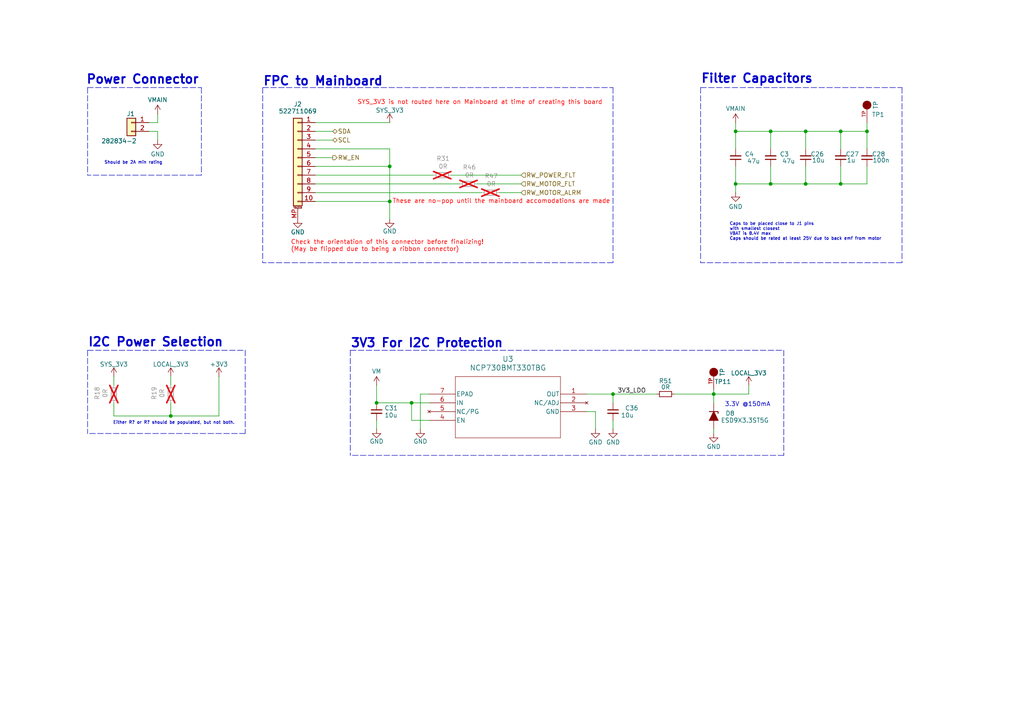
<source format=kicad_sch>
(kicad_sch (version 20250114) (generator "eeschema") (generator_version "9.0")
  (paper "A4")
  (title_block (title "Argus Reaction Wheel") (date "2025-03-24") (rev "1.0"))
  (lib_symbols
    (symbol "Argus_RW_Library:5001"
      (property "Reference" "TP?" (at -3.556 3.048 0))
      (symbol "5001_0_0"
        (circle (center 0 0) (radius 0.635) (stroke (width 1.27)))
        (pin passive line (at -5.08 0 0) (length 5.08) (name "~") (number "TP"))
      )
    )
    (symbol "Argus_RW_Library:NCP730BMT330TBG" (pin_names (offset 0.254))
      (property "Reference" "U" (at 22.86 10.16 0))
      (property "Value" "NCP730BMT330TBG" (at 22.86 7.62 0))
      (symbol "NCP730BMT330TBG_0_1"
        (polyline (pts (xy 7.62 5.08) (xy 7.62 -12.7)) (stroke (width 0.127)))
        (polyline (pts (xy 7.62 -12.7) (xy 38.1 -12.7)) (stroke (width 0.127)))
        (polyline (pts (xy 38.1 5.08) (xy 7.62 5.08)) (stroke (width 0.127)))
        (polyline (pts (xy 38.1 -12.7) (xy 38.1 5.08)) (stroke (width 0.127)))
        (pin output line (at 0 0 0) (length 7.62) (name "OUT") (number "1"))
        (pin no_connect line (at 0 -2.54 0) (length 7.62) (name "NC/ADJ") (number "2"))
        (pin power_out line (at 0 -5.08 0) (length 7.62) (name "GND") (number "3"))
        (pin power_out line (at 45.72 0 180) (length 7.62) (name "EPAD") (number "7"))
        (pin input line (at 45.72 -2.54 180) (length 7.62) (name "IN") (number "6"))
        (pin no_connect line (at 45.72 -5.08 180) (length 7.62) (name "NC/PG") (number "5"))
        (pin input line (at 45.72 -7.62 180) (length 7.62) (name "EN") (number "4"))
      )
    )
    (symbol "Connector_Generic:Conn_01x02" (pin_names (offset 1.016) (hide yes))
      (property "Reference" "J" (at 0 2.54 0))
      (property "Value" "Conn_01x02" (at 0 -5.08 0))
      (symbol "Conn_01x02_1_1"
        (rectangle (start -1.27 1.27) (end 1.27 -3.81) (stroke (width 0.254)) (fill (type background)))
        (rectangle (start -1.27 0.127) (end 0 -0.127) (stroke (width 0.1524)))
        (rectangle (start -1.27 -2.413) (end 0 -2.667) (stroke (width 0.1524)))
        (pin passive line (at -5.08 0 0) (length 3.81) (name "Pin_1") (number "1"))
        (pin passive line (at -5.08 -2.54 0) (length 3.81) (name "Pin_2") (number "2"))
      )
    )
    (symbol "Connector_Generic_MountingPin:Conn_01x10_MountingPin" (pin_names (offset 1.016) (hide yes))
      (property "Reference" "J" (at 0 12.7 0))
      (property "Value" "Conn_01x10_MountingPin" (at 1.27 -15.24 0))
      (symbol "Conn_01x10_MountingPin_1_1"
        (rectangle (start -1.27 11.43) (end 1.27 -13.97) (stroke (width 0.254)) (fill (type background)))
        (rectangle (start -1.27 10.287) (end 0 10.033) (stroke (width 0.1524)))
        (rectangle (start -1.27 7.747) (end 0 7.493) (stroke (width 0.1524)))
        (rectangle (start -1.27 5.207) (end 0 4.953) (stroke (width 0.1524)))
        (rectangle (start -1.27 2.667) (end 0 2.413) (stroke (width 0.1524)))
        (rectangle (start -1.27 0.127) (end 0 -0.127) (stroke (width 0.1524)))
        (rectangle (start -1.27 -2.413) (end 0 -2.667) (stroke (width 0.1524)))
        (rectangle (start -1.27 -4.953) (end 0 -5.207) (stroke (width 0.1524)))
        (rectangle (start -1.27 -7.493) (end 0 -7.747) (stroke (width 0.1524)))
        (rectangle (start -1.27 -10.033) (end 0 -10.287) (stroke (width 0.1524)))
        (rectangle (start -1.27 -12.573) (end 0 -12.827) (stroke (width 0.1524)))
        (polyline (pts (xy -1.016 -14.732) (xy 1.016 -14.732)) (stroke (width 0.1524)))
        (text "Mounting" (at 0 -14.351 0) (effects (font (size 0.381 0.381))))
        (pin passive line (at -5.08 10.16 0) (length 3.81) (name "Pin_1") (number "1"))
        (pin passive line (at -5.08 7.62 0) (length 3.81) (name "Pin_2") (number "2"))
        (pin passive line (at -5.08 5.08 0) (length 3.81) (name "Pin_3") (number "3"))
        (pin passive line (at -5.08 2.54 0) (length 3.81) (name "Pin_4") (number "4"))
        (pin passive line (at -5.08 0 0) (length 3.81) (name "Pin_5") (number "5"))
        (pin passive line (at -5.08 -2.54 0) (length 3.81) (name "Pin_6") (number "6"))
        (pin passive line (at -5.08 -5.08 0) (length 3.81) (name "Pin_7") (number "7"))
        (pin passive line (at -5.08 -7.62 0) (length 3.81) (name "Pin_8") (number "8"))
        (pin passive line (at -5.08 -10.16 0) (length 3.81) (name "Pin_9") (number "9"))
        (pin passive line (at -5.08 -12.7 0) (length 3.81) (name "Pin_10") (number "10"))
        (pin passive line (at 0 -17.78 90) (length 3.048) (name "MountPin") (number "MP"))
      )
    )
    (symbol "Device:C_Small" (pin_numbers (hide yes)) (pin_names (offset 0.254) (hide yes))
      (property "Reference" "C" (at 0.254 1.778 0))
      (property "Value" "C_Small" (at 0.254 -2.032 0))
      (symbol "C_Small_0_1"
        (polyline (pts (xy -1.524 0.508) (xy 1.524 0.508)) (stroke (width 0.3048)))
        (polyline (pts (xy -1.524 -0.508) (xy 1.524 -0.508)) (stroke (width 0.3302)))
      )
      (symbol "C_Small_1_1"
        (pin passive line (at 0 2.54 270) (length 2.032) (name "~") (number "1"))
        (pin passive line (at 0 -2.54 90) (length 2.032) (name "~") (number "2"))
      )
    )
    (symbol "Device:D_Zener_Filled" (pin_numbers (hide yes)) (pin_names (offset 1.016) (hide yes))
      (property "Reference" "D" (at 0 2.54 0))
      (property "Value" "D_Zener_Filled" (at 0 -2.54 0))
      (symbol "D_Zener_Filled_0_1"
        (polyline (pts (xy -1.27 -1.27) (xy -1.27 1.27) (xy -0.762 1.27)) (stroke (width 0.254)))
        (polyline (pts (xy 1.27 0) (xy -1.27 0)))
        (polyline (pts (xy 1.27 -1.27) (xy 1.27 1.27) (xy -1.27 0) (xy 1.27 -1.27)) (stroke (width 0.254)) (fill (type outline)))
      )
      (symbol "D_Zener_Filled_1_1"
        (pin passive line (at -3.81 0 0) (length 2.54) (name "K") (number "1"))
        (pin passive line (at 3.81 0 180) (length 2.54) (name "A") (number "2"))
      )
    )
    (symbol "Device:R_Small" (pin_numbers (hide yes)) (pin_names (offset 0.254) (hide yes))
      (property "Reference" "R" (at 0.762 0.508 0))
      (property "Value" "R_Small" (at 0.762 -1.016 0))
      (symbol "R_Small_0_1"
        (rectangle (start -0.762 1.778) (end 0.762 -1.778) (stroke (width 0.2032)))
      )
      (symbol "R_Small_1_1"
        (pin passive line (at 0 2.54 270) (length 0.762) (name "~") (number "1"))
        (pin passive line (at 0 -2.54 90) (length 0.762) (name "~") (number "2"))
      )
    )
    (symbol "power:+3V3" (power) (pin_numbers (hide yes)) (pin_names (offset 0) (hide yes))
      (property "Value" "+3V3" (at 0 3.556 0))
      (symbol "+3V3_0_1"
        (polyline (pts (xy -0.762 1.27) (xy 0 2.54)))
        (polyline (pts (xy 0 2.54) (xy 0.762 1.27)))
        (polyline (pts (xy 0 0) (xy 0 2.54)))
      )
      (symbol "+3V3_1_1"
        (pin power_in line (at 0 0 90) (length 0) (name "~") (number "1"))
      )
    )
    (symbol "power:GND" (power) (pin_numbers (hide yes)) (pin_names (offset 0) (hide yes))
      (property "Value" "GND" (at 0 -3.81 0))
      (symbol "GND_0_1"
        (polyline (pts (xy 0 0) (xy 0 -1.27) (xy 1.27 -1.27) (xy 0 -2.54) (xy -1.27 -1.27) (xy 0 -1.27)))
      )
      (symbol "GND_1_1"
        (pin power_in line (at 0 0 270) (length 0) (name "~") (number "1"))
      )
    )
  )
  (text "Filter Capacitors\n" (at 203.2 24.384 0) (effects (font (size 2.54 2.54) (thickness 0.508) (bold yes)) (justify left bottom)))
  (text "Caps to be placed close to J1 pins \nwith smallest closest\nVBAT is 8.4V max\nCaps should be rated at least 25V due to back emf from motor" (at 211.582 64.516 0) (effects (font (size 0.889 0.889)) (justify left top)))
  (text "3.3V @150mA" (at 210.185 118.11 0) (effects (font (size 1.27 1.27)) (justify left bottom)))
  (text "These are no-pop until the mainboard accomodations are made" (at 113.792 59.182 0) (effects (font (size 1.27 1.27)) (justify left bottom)))
  (text "Check the orientation of this connector before finalizing!\n(May be flipped due to being a ribbon connector)\n" (at 84.328 69.596 0) (effects (font (size 1.27 1.27)) (justify left top)))
  (text "Either R? or R? should be populated, but not both.\n" (at 32.766 122.174 0) (effects (font (size 0.889 0.889)) (justify left top)))
  (text "3V3 For I2C Protection" (at 101.6 101.092 0) (effects (font (size 2.5 2.5) (bold yes)) (justify left bottom)))
  (text "Should be 2A min rating" (at 30.226 46.736 0) (effects (font (size 0.889 0.889)) (justify left top)))
  (text "I2C Power Selection" (at 25.4 100.838 0) (effects (font (size 2.54 2.54) (thickness 0.508) (bold yes)) (justify left bottom)))
  (text "SYS_3V3 is not routed here on Mainboard at time of creating this board" (at 103.632 30.48 0) (effects (font (size 1.27 1.27)) (justify left bottom)))
  (text "Power Connector" (at 24.892 24.638 0) (effects (font (size 2.54 2.54) (thickness 0.508) (bold yes)) (justify left bottom)))
  (text "FPC to Mainboard" (at 76.2 25.146 0) (effects (font (size 2.54 2.54) (thickness 0.508) (bold yes)) (justify left bottom)))
  (junction (at 213.36 38.1))
  (junction (at 233.68 38.1))
  (junction (at 213.36 53.34))
  (junction (at 243.84 38.1))
  (junction (at 109.22 116.84))
  (junction (at 207.01 114.3))
  (junction (at 223.52 38.1))
  (junction (at 113.03 58.42))
  (junction (at 113.03 48.26))
  (junction (at 243.84 53.34))
  (junction (at 177.8 114.3))
  (junction (at 233.68 53.34))
  (junction (at 49.53 120.65))
  (junction (at 119.38 116.84))
  (junction (at 251.46 38.1))
  (junction (at 223.52 53.34))
  (wire (pts (xy 213.36 53.34) (xy 213.36 55.88)))
  (wire (pts (xy 33.02 109.22) (xy 33.02 111.76)))
  (wire (pts (xy 130.81 50.8) (xy 151.13 50.8)))
  (wire (pts (xy 177.8 114.3) (xy 190.5 114.3)))
  (wire (pts (xy 217.17 114.3) (xy 217.17 111.76)))
  (polyline (pts (xy 177.8 76.2) (xy 76.2 76.2)) (stroke (width 0) (type dash)))
  (wire (pts (xy 207.01 114.3) (xy 207.01 116.84)))
  (wire (pts (xy 233.68 38.1) (xy 243.84 38.1)))
  (polyline (pts (xy 261.62 76.2) (xy 203.2 76.2)) (stroke (width 0) (type dash)))
  (wire (pts (xy 91.44 35.56) (xy 113.03 35.56)))
  (wire (pts (xy 144.78 55.88) (xy 151.13 55.88)))
  (polyline (pts (xy 101.6 101.6) (xy 227.33 101.6)) (stroke (width 0) (type dash)))
  (wire (pts (xy 177.8 121.92) (xy 177.8 124.46)))
  (wire (pts (xy 119.38 121.92) (xy 119.38 116.84)))
  (wire (pts (xy 213.36 48.26) (xy 213.36 53.34)))
  (wire (pts (xy 213.36 35.56) (xy 213.36 38.1)))
  (polyline (pts (xy 25.4 25.4) (xy 25.4 50.8)) (stroke (width 0) (type dash)))
  (polyline (pts (xy 25.4 101.6) (xy 25.4 125.73)) (stroke (width 0) (type dash)))
  (polyline (pts (xy 203.2 25.4) (xy 203.2 76.2)) (stroke (width 0) (type dash)))
  (polyline (pts (xy 227.33 101.6) (xy 227.33 132.08)) (stroke (width 0) (type dash)))
  (wire (pts (xy 170.18 119.38) (xy 172.72 119.38)))
  (wire (pts (xy 223.52 48.26) (xy 223.52 53.34)))
  (wire (pts (xy 91.44 50.8) (xy 125.73 50.8)))
  (wire (pts (xy 43.18 35.56) (xy 45.72 35.56)))
  (wire (pts (xy 91.44 48.26) (xy 113.03 48.26)))
  (wire (pts (xy 213.36 38.1) (xy 223.52 38.1)))
  (wire (pts (xy 109.22 121.92) (xy 109.22 124.46)))
  (polyline (pts (xy 25.4 25.4) (xy 58.42 25.4)) (stroke (width 0) (type dash)))
  (wire (pts (xy 223.52 53.34) (xy 233.68 53.34)))
  (wire (pts (xy 243.84 38.1) (xy 243.84 43.18)))
  (wire (pts (xy 251.46 48.26) (xy 251.46 53.34)))
  (wire (pts (xy 43.18 38.1) (xy 45.72 38.1)))
  (wire (pts (xy 49.53 116.84) (xy 49.53 120.65)))
  (polyline (pts (xy 203.2 25.4) (xy 261.62 25.4)) (stroke (width 0) (type dash)))
  (wire (pts (xy 233.68 53.34) (xy 243.84 53.34)))
  (wire (pts (xy 45.72 35.56) (xy 45.72 33.02)))
  (wire (pts (xy 213.36 38.1) (xy 213.36 43.18)))
  (wire (pts (xy 177.8 114.3) (xy 177.8 116.84)))
  (polyline (pts (xy 76.2 25.4) (xy 177.8 25.4)) (stroke (width 0) (type dash)))
  (wire (pts (xy 109.22 111.76) (xy 109.22 116.84)))
  (wire (pts (xy 124.46 121.92) (xy 119.38 121.92)))
  (wire (pts (xy 49.53 120.65) (xy 63.5 120.65)))
  (wire (pts (xy 33.02 120.65) (xy 49.53 120.65)))
  (wire (pts (xy 91.44 53.34) (xy 133.35 53.34)))
  (polyline (pts (xy 58.42 25.4) (xy 58.42 50.8)) (stroke (width 0) (type dash)))
  (wire (pts (xy 223.52 38.1) (xy 223.52 43.18)))
  (polyline (pts (xy 177.8 25.4) (xy 177.8 76.2)) (stroke (width 0) (type dash)))
  (wire (pts (xy 233.68 48.26) (xy 233.68 53.34)))
  (wire (pts (xy 243.84 48.26) (xy 243.84 53.34)))
  (wire (pts (xy 49.53 109.22) (xy 49.53 111.76)))
  (wire (pts (xy 223.52 38.1) (xy 233.68 38.1)))
  (wire (pts (xy 207.01 124.46) (xy 207.01 125.73)))
  (wire (pts (xy 207.01 113.03) (xy 207.01 114.3)))
  (wire (pts (xy 113.03 58.42) (xy 113.03 63.5)))
  (polyline (pts (xy 101.6 101.6) (xy 101.6 132.08)) (stroke (width 0) (type dash)))
  (wire (pts (xy 119.38 116.84) (xy 124.46 116.84)))
  (wire (pts (xy 113.03 48.26) (xy 113.03 58.42)))
  (wire (pts (xy 121.92 114.3) (xy 121.92 124.46)))
  (wire (pts (xy 251.46 35.56) (xy 251.46 38.1)))
  (wire (pts (xy 172.72 119.38) (xy 172.72 124.46)))
  (polyline (pts (xy 261.62 25.4) (xy 261.62 76.2)) (stroke (width 0) (type dash)))
  (wire (pts (xy 251.46 38.1) (xy 251.46 43.18)))
  (wire (pts (xy 251.46 53.34) (xy 243.84 53.34)))
  (wire (pts (xy 91.44 38.1) (xy 96.52 38.1)))
  (polyline (pts (xy 227.33 132.08) (xy 101.6 132.08)) (stroke (width 0) (type dash)))
  (wire (pts (xy 63.5 120.65) (xy 63.5 109.22)))
  (wire (pts (xy 91.44 45.72) (xy 96.52 45.72)))
  (wire (pts (xy 138.43 53.34) (xy 151.13 53.34)))
  (wire (pts (xy 170.18 114.3) (xy 177.8 114.3)))
  (wire (pts (xy 213.36 53.34) (xy 223.52 53.34)))
  (polyline (pts (xy 58.42 50.8) (xy 25.4 50.8)) (stroke (width 0) (type dash)))
  (wire (pts (xy 207.01 114.3) (xy 217.17 114.3)))
  (polyline (pts (xy 25.4 101.6) (xy 71.12 101.6)) (stroke (width 0) (type dash)))
  (wire (pts (xy 91.44 43.18) (xy 113.03 43.18)))
  (polyline (pts (xy 76.2 25.4) (xy 76.2 76.2)) (stroke (width 0) (type dash)))
  (polyline (pts (xy 71.12 101.6) (xy 71.12 125.73)) (stroke (width 0) (type dash)))
  (wire (pts (xy 233.68 38.1) (xy 233.68 43.18)))
  (wire (pts (xy 91.44 58.42) (xy 113.03 58.42)))
  (wire (pts (xy 109.22 116.84) (xy 119.38 116.84)))
  (wire (pts (xy 195.58 114.3) (xy 207.01 114.3)))
  (wire (pts (xy 45.72 38.1) (xy 45.72 40.64)))
  (wire (pts (xy 243.84 38.1) (xy 251.46 38.1)))
  (wire (pts (xy 124.46 114.3) (xy 121.92 114.3)))
  (wire (pts (xy 33.02 116.84) (xy 33.02 120.65)))
  (wire (pts (xy 91.44 55.88) (xy 139.7 55.88)))
  (wire (pts (xy 91.44 40.64) (xy 96.52 40.64)))
  (polyline (pts (xy 71.12 125.73) (xy 25.4 125.73)) (stroke (width 0) (type dash)))
  (wire (pts (xy 113.03 43.18) (xy 113.03 48.26)))
  (label "3V3_LDO" (at 179.07 114.3 0))
  (hierarchical_label "RW_EN" (shape output) (at 96.52 45.72 0))
  (hierarchical_label "RW_MOTOR_FLT" (shape input) (at 151.13 53.34 0))
  (hierarchical_label "SDA" (shape bidirectional) (at 96.52 38.1 0))
  (hierarchical_label "RW_MOTOR_ALRM" (shape input) (at 151.13 55.88 0))
  (hierarchical_label "RW_POWER_FLT" (shape input) (at 151.13 50.8 0))
  (hierarchical_label "SCL" (shape bidirectional) (at 96.52 40.64 0))
  (symbol (lib_id "Argus_RW_Library:NCP730BMT330TBG") (at 170.18 114.3 0) (mirror y) (unit 1)
    (property "Reference" "U3" (at 147.32 104.14 0) (effects (font (size 1.524 1.524))))
    (property "Value" "NCP730BMT330TBG" (at 147.32 106.68 0) (effects (font (size 1.524 1.524))))
    (property "Footprint" "WDFN6-2x2_511BR_OSI" (effects (hide yes)))
    (property "Datasheet" "NCP730BMT330TBG" (effects (hide yes)))
    (property "Digikey" "https://www.digikey.com/en/products/detail/onsemi/NCP730BMT330TBG/11592839?s=N4IgTCBcDaIHIGEAKB2AzABgEIFkAqameWA4iALoC%2BQA" (effects (hide yes)))
    (property "MPN" "NCP730BMT330TBG" (effects (hide yes)))
    (property "Part" "NCP730BMT330TBG" (effects (hide yes)))
    (property "Digikey PN" "488-NCP730BMT330TBGCT-ND" (effects (hide yes)))
  )
  (symbol (lib_id "Device:R_Small") (at 135.89 53.34 90) (mirror x) (unit 1) (dnp yes)
    (property "Reference" "R46" (at 136.144 48.514 90))
    (property "Value" "0R" (at 136.144 50.8 90))
    (property "Footprint" "Resistor_SMD:R_0402_1005Metric_Pad0.72x0.64mm_HandSolder" (effects (hide yes)))
    (property "Description" "Resistor, small symbol" (effects (hide yes)))
    (property "Digikey" "https://www.digikey.com/en/products/detail/yageo/RC0402JR-070RL/726406" (effects (hide yes)))
    (property "MPN" "RC0402JR-070RL" (effects (hide yes)))
    (property "Part" "RC0402JR-070RL" (effects (hide yes)))
    (property "Digikey PN" "311-0.0JRCT-ND" (effects (hide yes)))
  )
  (symbol (lib_id "Device:C_Small") (at 213.36 45.72 180) (unit 1)
    (property "Reference" "C4" (at 218.694 44.704 0) (effects (justify left)))
    (property "Value" "47u" (at 220.472 46.736 0) (effects (justify left)))
    (property "Footprint" "Capacitor_SMD:C_1206_3216Metric_Pad1.33x1.80mm_HandSolder" (effects (hide yes)))
    (property "Description" "Unpolarized capacitor, small symbol" (effects (hide yes)))
    (property "Part" "C3216X5R1E476M160AC" (effects (hide yes)))
    (property "Digikey" "https://www.digikey.com/en/products/detail/tdk-corporation/C3216X5R1E476M160AC/2792260" (effects (hide yes)))
    (property "MPN" "C3216X5R1E476M160AC" (effects (hide yes)))
    (property "Digikey PN" "445-8047-1-ND" (effects (hide yes)))
  )
  (symbol (lib_id "Device:C_Small") (at 251.46 45.72 180) (unit 1)
    (property "Reference" "C28" (at 256.794 44.704 0) (effects (justify left)))
    (property "Value" "100n" (at 258.064 46.482 0) (effects (justify left)))
    (property "Footprint" "Capacitor_SMD:C_0402_1005Metric_Pad0.74x0.62mm_HandSolder" (effects (hide yes)))
    (property "Description" "Unpolarized capacitor, small symbol" (effects (hide yes)))
    (property "Part" "C0402C103K3RACTU" (effects (hide yes)))
    (property "Digikey" "https://www.digikey.com/en/products/detail/kemet/C0402C103K3RACTU/416041" (effects (hide yes)))
    (property "MPN" "C0402C103K3RACTU" (effects (hide yes)))
    (property "Digikey PN" "399-C0402C103K3RACTUCT-ND" (effects (hide yes)))
  )
  (symbol (lib_id "Device:C_Small") (at 177.8 119.38 0) (unit 1)
    (property "Reference" "C36" (at 185.166 118.364 0) (effects (justify right)))
    (property "Value" "10u" (at 180.086 121.158 0) (effects (justify left bottom)))
    (property "Footprint" "Capacitor_SMD:C_0603_1608Metric" (effects (hide yes)))
    (property "Description" "Unpolarized capacitor, small symbol" (effects (hide yes)))
    (property "MPN" "C1608X5R1E106M080AC" (effects (hide yes)))
    (property "Manufacturer" "YAGEO" (effects (hide yes)))
    (property "License" "Apache-2.0" (effects (hide yes)))
    (property "Author" "Antmicro" (effects (hide yes)))
    (property "Val" "10u" (effects (hide yes)))
    (property "Public" "False" (effects (hide yes)))
    (property "Part" "C1608X5R1E106M080AC" (effects (hide yes)))
    (property "Digikey" "https://www.digikey.com/en/products/detail/tdk-corporation/C1608X5R1E106M080AC/3648585?s=N4IgTCBcDaIMIEYBsAGAHADQKwCUEFEEUkBZdFAQThAF0BfIA" (effects (hide yes)))
    (property "Digikey PN" "445-9015-1-ND" (effects (hide yes)))
  )
  (symbol (lib_id "Device:R_Small") (at 33.02 114.3 0) (mirror x) (unit 1) (dnp yes)
    (property "Reference" "R18" (at 28.194 114.046 90))
    (property "Value" "0R" (at 30.48 114.046 90))
    (property "Footprint" "Resistor_SMD:R_0402_1005Metric_Pad0.72x0.64mm_HandSolder" (effects (hide yes)))
    (property "Description" "Resistor, small symbol" (effects (hide yes)))
    (property "Digikey" "https://www.digikey.com/en/products/detail/yageo/RC0402JR-070RL/726406" (effects (hide yes)))
    (property "MPN" "RC0402JR-070RL" (effects (hide yes)))
    (property "Part" "RC0402JR-070RL" (effects (hide yes)))
    (property "Digikey PN" "311-0.0JRCT-ND" (effects (hide yes)))
  )
  (symbol (lib_id "power:GND") (at 113.03 63.5 0) (unit 1)
    (property "Reference" "#PWR043" (effects (hide yes)))
    (property "Value" "GND" (at 113.03 67.056 0))
    (property "Description" "Power symbol creates a global label with name \"GND\" , ground" (effects (hide yes)))
  )
  (symbol (lib_id "power:+3V3") (at 49.53 109.22 0) (unit 1)
    (property "Reference" "#PWR069" (effects (hide yes)))
    (property "Value" "LOCAL_3V3" (at 49.53 105.664 0))
    (property "Description" "Power symbol creates a global label with name \"+3V3\"" (effects (hide yes)))
  )
  (symbol (lib_id "power:+3V3") (at 33.02 109.22 0) (unit 1)
    (property "Reference" "#PWR068" (effects (hide yes)))
    (property "Value" "SYS_3V3" (at 33.02 105.664 0))
    (property "Description" "Power symbol creates a global label with name \"+3V3\"" (effects (hide yes)))
  )
  (symbol (lib_id "Device:R_Small") (at 49.53 114.3 0) (mirror x) (unit 1) (dnp yes)
    (property "Reference" "R19" (at 44.704 114.046 90))
    (property "Value" "0R" (at 46.99 114.046 90))
    (property "Footprint" "Resistor_SMD:R_0402_1005Metric_Pad0.72x0.64mm_HandSolder" (effects (hide yes)))
    (property "Description" "Resistor, small symbol" (effects (hide yes)))
    (property "Digikey" "https://www.digikey.com/en/products/detail/yageo/RC0402JR-070RL/726406" (effects (hide yes)))
    (property "MPN" "RC0402JR-070RL" (effects (hide yes)))
    (property "Part" "RC0402JR-070RL" (effects (hide yes)))
    (property "Digikey PN" "311-0.0JRCT-ND" (effects (hide yes)))
  )
  (symbol (lib_id "power:+3V3") (at 109.22 111.76 0) (unit 1)
    (property "Reference" "#PWR012" (effects (hide yes)))
    (property "Value" "VM" (at 109.22 107.696 0))
    (property "Description" "Power symbol creates a global label with name \"+3V3\"" (effects (hide yes)))
  )
  (symbol (lib_id "Connector_Generic_MountingPin:Conn_01x10_MountingPin") (at 86.36 45.72 0) (mirror y) (unit 1)
    (property "Reference" "J2" (at 86.36 30.226 0))
    (property "Value" "522711069" (at 86.36 32.258 0))
    (property "Footprint" "Argus-Connectors:Molex_200528-0100_1x10-1MP_P1.00mm_Horizontal" (effects (hide yes)))
    (property "Description" "Generic connectable mounting pin connector, single row, 01x10, script generated (kicad-library-utils/schlib/autogen/connector/)" (effects (hide yes)))
    (property "Digikey" "https://www.digikey.com/en/products/detail/molex/2005280100/12142074?s=N4IgTCBcDa4AxwKxgBwFo4EYEgLoF8g" (effects (hide yes)))
    (property "MPN" "200528-0100" (effects (hide yes)))
    (property "Part" "200528-0100" (effects (hide yes)))
    (property "Digikey PN" "900-2005280100CT-ND" (effects (hide yes)))
  )
  (symbol (lib_id "Device:C_Small") (at 233.68 45.72 180) (unit 1)
    (property "Reference" "C26" (at 239.014 44.704 0) (effects (justify left)))
    (property "Value" "10u" (at 239.268 46.482 0) (effects (justify left)))
    (property "Footprint" "Capacitor_SMD:C_1206_3216Metric_Pad1.33x1.80mm_HandSolder" (effects (hide yes)))
    (property "Description" "Unpolarized capacitor, small symbol" (effects (hide yes)))
    (property "Part" "CL31B106KAHNNNE" (effects (hide yes)))
    (property "Digikey" "https://www.digikey.com/en/products/detail/samsung-electro-mechanics/CL31B106KAHNNNE/3887462" (effects (hide yes)))
    (property "MPN" "CL31B106KAHNNNE" (effects (hide yes)))
    (property "Digikey PN" "1276-1804-1-ND" (effects (hide yes)))
  )
  (symbol (lib_id "Device:R_Small") (at 128.27 50.8 90) (mirror x) (unit 1) (dnp yes)
    (property "Reference" "R31" (at 128.524 45.974 90))
    (property "Value" "0R" (at 128.524 48.26 90))
    (property "Footprint" "Resistor_SMD:R_0402_1005Metric_Pad0.72x0.64mm_HandSolder" (effects (hide yes)))
    (property "Description" "Resistor, small symbol" (effects (hide yes)))
    (property "Digikey" "https://www.digikey.com/en/products/detail/yageo/RC0402JR-070RL/726406" (effects (hide yes)))
    (property "MPN" "RC0402JR-070RL" (effects (hide yes)))
    (property "Part" "RC0402JR-070RL" (effects (hide yes)))
    (property "Digikey PN" "311-0.0JRCT-ND" (effects (hide yes)))
  )
  (symbol (lib_id "power:+3V3") (at 113.03 35.56 0) (unit 1)
    (property "Reference" "#PWR067" (effects (hide yes)))
    (property "Value" "SYS_3V3" (at 113.03 32.004 0))
    (property "Description" "Power symbol creates a global label with name \"+3V3\"" (effects (hide yes)))
  )
  (symbol (lib_id "power:GND") (at 109.22 124.46 0) (mirror y) (unit 1)
    (property "Reference" "#PWR081" (effects (hide yes)))
    (property "Value" "GND" (at 107.188 128.016 0) (effects (justify right)))
    (property "Description" "Power symbol creates a global label with name \"GND\" , ground" (effects (hide yes)))
    (property "Author" "Antmicro" (effects (hide yes)))
    (property "License" "Apache-2.0" (effects (hide yes)))
  )
  (symbol (lib_id "Argus_RW_Library:5001") (at 251.46 30.48 90) (unit 1)
    (property "Reference" "TP1" (at 256.54 32.512 90) (effects (justify left bottom)))
    (property "Value" "TP" (at 254 30.48 0))
    (property "Footprint" "Argus_RW_Library:KEYSTONE_5001" (effects (hide yes)))
    (property "Digikey" "https://www.digikey.com/en/products/detail/keystone-electronics/5001/255327?s=N4IgTCBcDaINYFMCeBnALgewHYIAQFYAGQgRhAF0BfIA" (effects (hide yes)))
    (property "MPN" "5001" (effects (hide yes)))
    (property "Part" "5001" (effects (hide yes)))
    (property "Digikey PN" "36-5001-ND" (effects (hide yes)))
  )
  (symbol (lib_id "Device:C_Small") (at 109.22 119.38 0) (unit 1)
    (property "Reference" "C31" (at 111.506 118.364 0) (effects (justify left)))
    (property "Value" "10u" (at 111.506 121.158 0) (effects (justify left bottom)))
    (property "Footprint" "Capacitor_SMD:C_0603_1608Metric" (effects (hide yes)))
    (property "Description" "Unpolarized capacitor, small symbol" (effects (hide yes)))
    (property "Manufacturer" "TDK" (effects (hide yes)))
    (property "MPN" "C1608X5R1E106M080AC" (effects (hide yes)))
    (property "Val" "10u/25V" (effects (hide yes)))
    (property "License" "Apache-2.0" (effects (hide yes)))
    (property "Author" "Antmicro" (effects (hide yes)))
    (property "Part" "C1608X5R1E106M080AC" (effects (hide yes)))
    (property "Digikey" "https://www.digikey.com/en/products/detail/tdk-corporation/C1608X5R1E106M080AC/3648585?s=N4IgTCBcDaIMIEYBsAGAHADQKwCUEFEEUkBZdFAQThAF0BfIA" (effects (hide yes)))
    (property "Digikey PN" "445-9015-1-ND" (effects (hide yes)))
  )
  (symbol (lib_id "Argus_RW_Library:5001") (at 207.01 107.95 90) (unit 1)
    (property "Reference" "TP11" (at 212.09 109.982 90) (effects (justify left bottom)))
    (property "Value" "TP" (at 209.55 107.95 0))
    (property "Footprint" "Argus_RW_Library:KEYSTONE_5001" (effects (hide yes)))
    (property "Digikey" "https://www.digikey.com/en/products/detail/keystone-electronics/5001/255327?s=N4IgTCBcDaINYFMCeBnALgewHYIAQFYAGQgRhAF0BfIA" (effects (hide yes)))
    (property "MPN" "5001" (effects (hide yes)))
    (property "Part" "5001" (effects (hide yes)))
    (property "Digikey PN" "36-5001-ND" (effects (hide yes)))
  )
  (symbol (lib_id "power:+3V3") (at 63.5 109.22 0) (unit 1)
    (property "Reference" "#PWR070" (effects (hide yes)))
    (property "Value" "+3V3" (at 63.5 105.664 0))
    (property "Description" "Power symbol creates a global label with name \"+3V3\"" (effects (hide yes)))
  )
  (symbol (lib_id "Device:R_Small") (at 142.24 55.88 90) (mirror x) (unit 1) (dnp yes)
    (property "Reference" "R47" (at 142.494 51.054 90))
    (property "Value" "0R" (at 142.494 53.34 90))
    (property "Footprint" "Resistor_SMD:R_0402_1005Metric_Pad0.72x0.64mm_HandSolder" (effects (hide yes)))
    (property "Description" "Resistor, small symbol" (effects (hide yes)))
    (property "Digikey" "https://www.digikey.com/en/products/detail/yageo/RC0402JR-070RL/726406" (effects (hide yes)))
    (property "MPN" "RC0402JR-070RL" (effects (hide yes)))
    (property "Part" "RC0402JR-070RL" (effects (hide yes)))
    (property "Digikey PN" "311-0.0JRCT-ND" (effects (hide yes)))
  )
  (symbol (lib_id "power:GND") (at 177.8 124.46 0) (unit 1)
    (property "Reference" "#PWR084" (effects (hide yes)))
    (property "Value" "GND" (at 175.768 128.27 0) (effects (justify left)))
    (property "Description" "Power symbol creates a global label with name \"GND\" , ground" (effects (hide yes)))
    (property "Author" "Antmicro" (effects (hide yes)))
    (property "License" "Apache-2.0" (effects (hide yes)))
  )
  (symbol (lib_id "power:+3V3") (at 217.17 111.76 0) (unit 1)
    (property "Reference" "#PWR086" (effects (hide yes)))
    (property "Value" "LOCAL_3V3" (at 217.17 108.204 0))
    (property "Description" "Power symbol creates a global label with name \"+3V3\"" (effects (hide yes)))
  )
  (symbol (lib_id "Device:R_Small") (at 193.04 114.3 270) (unit 1)
    (property "Reference" "R51" (at 193.04 110.49 90))
    (property "Value" "0R" (at 193.04 112.268 90))
    (property "Footprint" "Resistor_SMD:R_0603_1608Metric" (effects (hide yes)))
    (property "Description" "Resistor, small symbol" (effects (hide yes)))
    (property "Manufacturer" "Bourns" (effects (hide yes)))
    (property "MPN" "CR0603-J/-000ELF" (effects (hide yes)))
    (property "Val" "0R" (effects (hide yes)))
    (property "License" "Apache-2.0" (effects (hide yes)))
    (property "Author" "Antmicro" (effects (hide yes)))
    (property "Current" "1A" (effects (hide yes)))
    (property "Digikey" "https://www.digikey.com/en/products/detail/bourns-inc/CR0603-J-000ELF/3593211?s=N4IgTCBcDaIMICUAMA2JBmAtAKQPSaUIFEAZAMRAF0BfIA" (effects (hide yes)))
    (property "Part" "CR0603-J/-000ELF" (effects (hide yes)))
    (property "Digikey PN" "CR0603-J/-000ELFCT-ND" (effects (hide yes)))
  )
  (symbol (lib_id "Device:C_Small") (at 223.52 45.72 180) (unit 1)
    (property "Reference" "C3" (at 228.854 44.704 0) (effects (justify left)))
    (property "Value" "47u" (at 230.632 46.736 0) (effects (justify left)))
    (property "Footprint" "Capacitor_SMD:C_1206_3216Metric_Pad1.33x1.80mm_HandSolder" (effects (hide yes)))
    (property "Description" "Unpolarized capacitor, small symbol" (effects (hide yes)))
    (property "Part" "C3216X5R1E476M160AC" (effects (hide yes)))
    (property "Digikey" "https://www.digikey.com/en/products/detail/tdk-corporation/C3216X5R1E476M160AC/2792260" (effects (hide yes)))
    (property "MPN" "C3216X5R1E476M160AC" (effects (hide yes)))
    (property "Digikey PN" "445-8047-1-ND" (effects (hide yes)))
  )
  (symbol (lib_id "power:+3V3") (at 45.72 33.02 0) (unit 1)
    (property "Reference" "#PWR09" (effects (hide yes)))
    (property "Value" "VMAIN" (at 45.72 28.956 0))
    (property "Description" "Power symbol creates a global label with name \"+3V3\"" (effects (hide yes)))
  )
  (symbol (lib_id "Device:C_Small") (at 243.84 45.72 180) (unit 1)
    (property "Reference" "C27" (at 249.174 44.704 0) (effects (justify left)))
    (property "Value" "1u" (at 248.158 46.482 0) (effects (justify left)))
    (property "Footprint" "Capacitor_SMD:C_0603_1608Metric" (effects (hide yes)))
    (property "Description" "Unpolarized capacitor, small symbol" (effects (hide yes)))
    (property "Part" "CL10B105KA8NNNC" (effects (hide yes)))
    (property "Digikey" "https://www.digikey.com/en/products/detail/samsung-electro-mechanics/CL10B105KA8NNNC/3886842" (effects (hide yes)))
    (property "MPN" "CL10B105KA8NNNC" (effects (hide yes)))
    (property "Digikey PN" "1276-1184-1-ND" (effects (hide yes)))
  )
  (symbol (lib_id "power:GND") (at 86.36 63.5 0) (unit 1)
    (property "Reference" "#PWR027" (effects (hide yes)))
    (property "Value" "GND" (at 86.36 67.31 0))
    (property "Description" "Power symbol creates a global label with name \"GND\" , ground" (effects (hide yes)))
  )
  (symbol (lib_id "power:GND") (at 172.72 124.46 0) (unit 1)
    (property "Reference" "#PWR083" (effects (hide yes)))
    (property "Value" "GND" (at 170.688 128.27 0) (effects (justify left)))
    (property "Description" "Power symbol creates a global label with name \"GND\" , ground" (effects (hide yes)))
    (property "Author" "Antmicro" (effects (hide yes)))
    (property "License" "Apache-2.0" (effects (hide yes)))
  )
  (symbol (lib_id "Connector_Generic:Conn_01x02") (at 38.1 35.56 0) (mirror y) (unit 1)
    (property "Reference" "J1" (at 39.116 33.02 0) (effects (justify left)))
    (property "Value" "282834-2" (at 39.624 40.894 0) (effects (justify left)))
    (property "Footprint" "Argus-Connectors:TE_282834-2" (effects (hide yes)))
    (property "Description" "Generic connector, single row, 01x02, script generated (kicad-library-utils/schlib/autogen/connector/)" (effects (hide yes)))
    (property "Digikey" "https://www.digikey.com/en/products/detail/te-connectivity-amp-connectors/282834-2/1150135" (effects (hide yes)))
    (property "MPN" "282834-2" (effects (hide yes)))
    (property "Part" "282834-2" (effects (hide yes)))
    (property "Digikey PN" "A98333-ND" (effects (hide yes)))
  )
  (symbol (lib_id "power:+3V3") (at 213.36 35.56 0) (unit 1)
    (property "Reference" "#PWR07" (effects (hide yes)))
    (property "Value" "VMAIN" (at 213.36 31.496 0))
    (property "Description" "Power symbol creates a global label with name \"+3V3\"" (effects (hide yes)))
  )
  (symbol (lib_id "Device:D_Zener_Filled") (at 207.01 120.65 270) (unit 1)
    (property "Reference" "D8" (at 213.106 119.888 90) (effects (justify right)))
    (property "Value" "ESD9X3.3ST5G" (at 223.012 121.92 90) (effects (justify right)))
    (property "Footprint" "Diode_SMD:D_SOD-923" (effects (hide yes)))
    (property "Description" "Zener diode, filled shape" (effects (hide yes)))
    (property "Manufacturer" "ON Semiconductor" (effects (hide yes)))
    (property "MPN" "ESD9X5.0ST5G" (effects (hide yes)))
    (property "Author" "Antmicro" (effects (hide yes)))
    (property "License" "Apache-2.0" (effects (hide yes)))
    (property "Digikey" "https://www.digikey.com/en/products/detail/onsemi/ESD9X3-3ST5G/1476615" (effects (hide yes)))
    (property "Part" "ESD9X3.3ST5G" (effects (hide yes)))
    (property "Digikey PN" "ESD9X3.3ST5GOSCT-ND" (effects (hide yes)))
  )
  (symbol (lib_id "power:GND") (at 207.01 125.73 0) (mirror y) (unit 1)
    (property "Reference" "#PWR085" (effects (hide yes)))
    (property "Value" "GND" (at 207.01 129.54 0))
    (property "Description" "Power symbol creates a global label with name \"GND\" , ground" (effects (hide yes)))
    (property "Author" "Antmicro" (effects (hide yes)))
    (property "License" "Apache-2.0" (effects (hide yes)))
  )
  (symbol (lib_id "power:GND") (at 45.72 40.64 0) (unit 1)
    (property "Reference" "#PWR08" (effects (hide yes)))
    (property "Value" "GND" (at 45.72 44.704 0))
    (property "Description" "Power symbol creates a global label with name \"GND\" , ground" (effects (hide yes)))
  )
  (symbol (lib_id "power:GND") (at 213.36 55.88 0) (unit 1)
    (property "Reference" "#PWR010" (effects (hide yes)))
    (property "Value" "GND" (at 213.36 59.944 0))
    (property "Description" "Power symbol creates a global label with name \"GND\" , ground" (effects (hide yes)))
  )
  (symbol (lib_id "power:GND") (at 121.92 124.46 0) (mirror y) (unit 1)
    (property "Reference" "#PWR087" (effects (hide yes)))
    (property "Value" "GND" (at 119.888 128.016 0) (effects (justify right)))
    (property "Description" "Power symbol creates a global label with name \"GND\" , ground" (effects (hide yes)))
    (property "Author" "Antmicro" (effects (hide yes)))
    (property "License" "Apache-2.0" (effects (hide yes)))
  )
)
</source>
